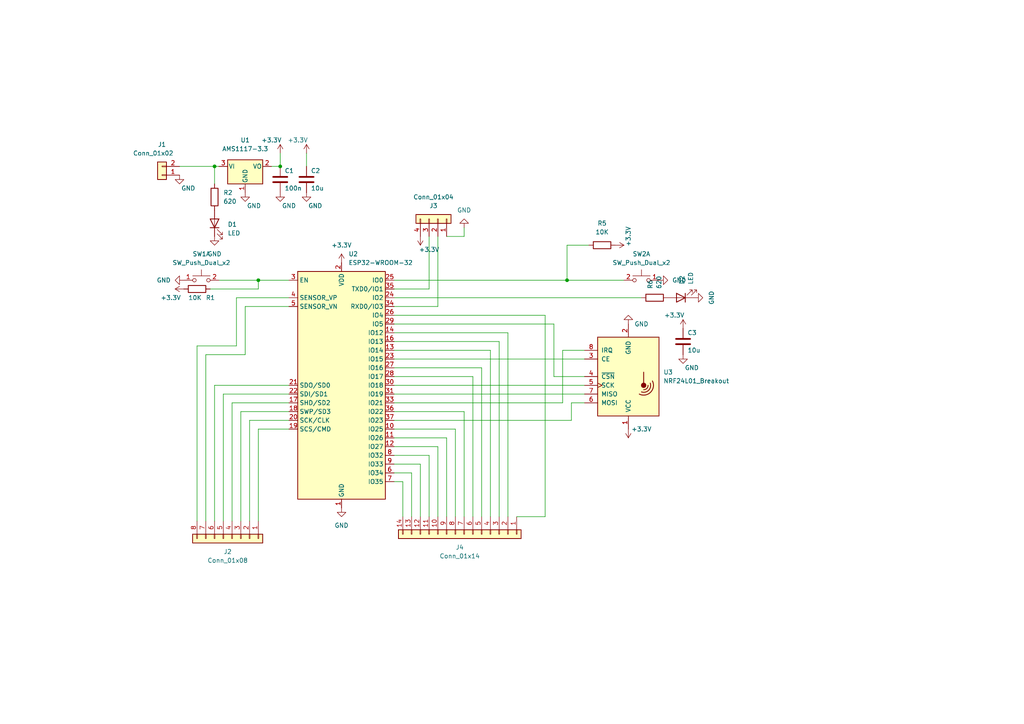
<source format=kicad_sch>
(kicad_sch (version 20230121) (generator eeschema)
  (paper "A4")
  (lib_symbols
    (symbol "Connector_Generic:Conn_01x02" (pin_names (offset 1.016) hide)
      (property "Reference" "J" (at 0 2.54 0))
      (property "Value" "Conn_01x02" (at 0 -5.08 0))
      (symbol "Conn_01x02_1_1"
        (rectangle (start -1.27 -2.413) (end 0 -2.667) (stroke (width 0.1524)))
        (rectangle (start -1.27 0.127) (end 0 -0.127) (stroke (width 0.1524)))
        (rectangle (start -1.27 1.27) (end 1.27 -3.81) (stroke (width 0.254)) (fill (type background)))
        (pin passive line (at -5.08 0 0) (length 3.81) (name "Pin_1") (number "1"))
        (pin passive line (at -5.08 -2.54 0) (length 3.81) (name "Pin_2") (number "2"))
      )
    )
    (symbol "Connector_Generic:Conn_01x04" (pin_names (offset 1.016) hide)
      (property "Reference" "J" (at 0 5.08 0))
      (property "Value" "Conn_01x04" (at 0 -7.62 0))
      (symbol "Conn_01x04_1_1"
        (rectangle (start -1.27 -4.953) (end 0 -5.207) (stroke (width 0.1524)))
        (rectangle (start -1.27 -2.413) (end 0 -2.667) (stroke (width 0.1524)))
        (rectangle (start -1.27 0.127) (end 0 -0.127) (stroke (width 0.1524)))
        (rectangle (start -1.27 2.667) (end 0 2.413) (stroke (width 0.1524)))
        (rectangle (start -1.27 3.81) (end 1.27 -6.35) (stroke (width 0.254)) (fill (type background)))
        (pin passive line (at -5.08 2.54 0) (length 3.81) (name "Pin_1") (number "1"))
        (pin passive line (at -5.08 0 0) (length 3.81) (name "Pin_2") (number "2"))
        (pin passive line (at -5.08 -2.54 0) (length 3.81) (name "Pin_3") (number "3"))
        (pin passive line (at -5.08 -5.08 0) (length 3.81) (name "Pin_4") (number "4"))
      )
    )
    (symbol "Connector_Generic:Conn_01x08" (pin_names (offset 1.016) hide)
      (property "Reference" "J" (at 0 10.16 0))
      (property "Value" "Conn_01x08" (at 0 -12.7 0))
      (symbol "Conn_01x08_1_1"
        (rectangle (start -1.27 -10.033) (end 0 -10.287) (stroke (width 0.1524)))
        (rectangle (start -1.27 -7.493) (end 0 -7.747) (stroke (width 0.1524)))
        (rectangle (start -1.27 -4.953) (end 0 -5.207) (stroke (width 0.1524)))
        (rectangle (start -1.27 -2.413) (end 0 -2.667) (stroke (width 0.1524)))
        (rectangle (start -1.27 0.127) (end 0 -0.127) (stroke (width 0.1524)))
        (rectangle (start -1.27 2.667) (end 0 2.413) (stroke (width 0.1524)))
        (rectangle (start -1.27 5.207) (end 0 4.953) (stroke (width 0.1524)))
        (rectangle (start -1.27 7.747) (end 0 7.493) (stroke (width 0.1524)))
        (rectangle (start -1.27 8.89) (end 1.27 -11.43) (stroke (width 0.254)) (fill (type background)))
        (pin passive line (at -5.08 7.62 0) (length 3.81) (name "Pin_1") (number "1"))
        (pin passive line (at -5.08 5.08 0) (length 3.81) (name "Pin_2") (number "2"))
        (pin passive line (at -5.08 2.54 0) (length 3.81) (name "Pin_3") (number "3"))
        (pin passive line (at -5.08 0 0) (length 3.81) (name "Pin_4") (number "4"))
        (pin passive line (at -5.08 -2.54 0) (length 3.81) (name "Pin_5") (number "5"))
        (pin passive line (at -5.08 -5.08 0) (length 3.81) (name "Pin_6") (number "6"))
        (pin passive line (at -5.08 -7.62 0) (length 3.81) (name "Pin_7") (number "7"))
        (pin passive line (at -5.08 -10.16 0) (length 3.81) (name "Pin_8") (number "8"))
      )
    )
    (symbol "Connector_Generic:Conn_01x14" (pin_names (offset 1.016) hide)
      (property "Reference" "J" (at 0 17.78 0))
      (property "Value" "Conn_01x14" (at 0 -20.32 0))
      (symbol "Conn_01x14_1_1"
        (rectangle (start -1.27 -17.653) (end 0 -17.907) (stroke (width 0.1524)))
        (rectangle (start -1.27 -15.113) (end 0 -15.367) (stroke (width 0.1524)))
        (rectangle (start -1.27 -12.573) (end 0 -12.827) (stroke (width 0.1524)))
        (rectangle (start -1.27 -10.033) (end 0 -10.287) (stroke (width 0.1524)))
        (rectangle (start -1.27 -7.493) (end 0 -7.747) (stroke (width 0.1524)))
        (rectangle (start -1.27 -4.953) (end 0 -5.207) (stroke (width 0.1524)))
        (rectangle (start -1.27 -2.413) (end 0 -2.667) (stroke (width 0.1524)))
        (rectangle (start -1.27 0.127) (end 0 -0.127) (stroke (width 0.1524)))
        (rectangle (start -1.27 2.667) (end 0 2.413) (stroke (width 0.1524)))
        (rectangle (start -1.27 5.207) (end 0 4.953) (stroke (width 0.1524)))
        (rectangle (start -1.27 7.747) (end 0 7.493) (stroke (width 0.1524)))
        (rectangle (start -1.27 10.287) (end 0 10.033) (stroke (width 0.1524)))
        (rectangle (start -1.27 12.827) (end 0 12.573) (stroke (width 0.1524)))
        (rectangle (start -1.27 15.367) (end 0 15.113) (stroke (width 0.1524)))
        (rectangle (start -1.27 16.51) (end 1.27 -19.05) (stroke (width 0.254)) (fill (type background)))
        (pin passive line (at -5.08 15.24 0) (length 3.81) (name "Pin_1") (number "1"))
        (pin passive line (at -5.08 -7.62 0) (length 3.81) (name "Pin_10") (number "10"))
        (pin passive line (at -5.08 -10.16 0) (length 3.81) (name "Pin_11") (number "11"))
        (pin passive line (at -5.08 -12.7 0) (length 3.81) (name "Pin_12") (number "12"))
        (pin passive line (at -5.08 -15.24 0) (length 3.81) (name "Pin_13") (number "13"))
        (pin passive line (at -5.08 -17.78 0) (length 3.81) (name "Pin_14") (number "14"))
        (pin passive line (at -5.08 12.7 0) (length 3.81) (name "Pin_2") (number "2"))
        (pin passive line (at -5.08 10.16 0) (length 3.81) (name "Pin_3") (number "3"))
        (pin passive line (at -5.08 7.62 0) (length 3.81) (name "Pin_4") (number "4"))
        (pin passive line (at -5.08 5.08 0) (length 3.81) (name "Pin_5") (number "5"))
        (pin passive line (at -5.08 2.54 0) (length 3.81) (name "Pin_6") (number "6"))
        (pin passive line (at -5.08 0 0) (length 3.81) (name "Pin_7") (number "7"))
        (pin passive line (at -5.08 -2.54 0) (length 3.81) (name "Pin_8") (number "8"))
        (pin passive line (at -5.08 -5.08 0) (length 3.81) (name "Pin_9") (number "9"))
      )
    )
    (symbol "Device:C" (pin_numbers hide) (pin_names (offset 0.254))
      (property "Reference" "C" (at 0.635 2.54 0))
      (property "Value" "C" (at 0.635 -2.54 0))
      (symbol "C_0_1"
        (polyline (pts (xy -2.032 -0.762) (xy 2.032 -0.762)) (stroke (width 0.508)))
        (polyline (pts (xy -2.032 0.762) (xy 2.032 0.762)) (stroke (width 0.508)))
      )
      (symbol "C_1_1"
        (pin passive line (at 0 3.81 270) (length 2.794) (name "~") (number "1"))
        (pin passive line (at 0 -3.81 90) (length 2.794) (name "~") (number "2"))
      )
    )
    (symbol "Device:LED" (pin_numbers hide) (pin_names (offset 1.016) hide)
      (property "Reference" "D" (at 0 2.54 0))
      (property "Value" "LED" (at 0 -2.54 0))
      (symbol "LED_0_1"
        (polyline (pts (xy -1.27 -1.27) (xy -1.27 1.27)) (stroke (width 0.254)))
        (polyline (pts (xy -1.27 0) (xy 1.27 0)))
        (polyline (pts (xy 1.27 -1.27) (xy 1.27 1.27) (xy -1.27 0) (xy 1.27 -1.27)) (stroke (width 0.254)))
        (polyline (pts (xy -3.048 -0.762) (xy -4.572 -2.286) (xy -3.81 -2.286) (xy -4.572 -2.286) (xy -4.572 -1.524)))
        (polyline (pts (xy -1.778 -0.762) (xy -3.302 -2.286) (xy -2.54 -2.286) (xy -3.302 -2.286) (xy -3.302 -1.524)))
      )
      (symbol "LED_1_1"
        (pin passive line (at -3.81 0 0) (length 2.54) (name "K") (number "1"))
        (pin passive line (at 3.81 0 180) (length 2.54) (name "A") (number "2"))
      )
    )
    (symbol "Device:R" (pin_numbers hide) (pin_names (offset 0))
      (property "Reference" "R" (at 2.032 0 90))
      (property "Value" "R" (at 0 0 90))
      (symbol "R_0_1"
        (rectangle (start -1.016 -2.54) (end 1.016 2.54) (stroke (width 0.254)))
      )
      (symbol "R_1_1"
        (pin passive line (at 0 3.81 270) (length 1.27) (name "~") (number "1"))
        (pin passive line (at 0 -3.81 90) (length 1.27) (name "~") (number "2"))
      )
    )
    (symbol "RF:NRF24L01_Breakout" (pin_names (offset 1.016))
      (property "Reference" "U2" (at 10.16 1.2701 0))
      (property "Value" "NRF24L01_Breakout" (at 10.16 -1.2699 0))
      (symbol "NRF24L01_Breakout_0_1"
        (rectangle (start -8.89 11.43) (end 8.89 -11.43) (stroke (width 0.254)) (fill (type background)))
        (polyline (pts (xy 4.445 1.905) (xy 4.445 -1.27)) (stroke (width 0.254)))
        (circle (center 4.445 2.54) (radius 0.635) (stroke (width 0.254)) (fill (type outline)))
        (arc (start 5.715 2.54) (mid 5.3521 3.4546) (end 4.445 3.81) (stroke (width 0.254)))
        (arc (start 6.35 1.905) (mid 5.8763 3.9854) (end 3.81 4.445) (stroke (width 0.254)))
        (arc (start 6.985 1.27) (mid 6.453 4.548) (end 3.175 5.08) (stroke (width 0.254)))
      )
      (symbol "NRF24L01_Breakout_1_1"
        (pin power_in line (at 0 15.24 270) (length 3.81) (name "VCC") (number "1"))
        (pin power_in line (at 0 -15.24 90) (length 3.81) (name "GND") (number "2"))
        (pin input line (at -12.7 -5.08 0) (length 3.81) (name "CE") (number "3"))
        (pin input line (at -12.7 0 0) (length 3.81) (name "~{CSN}") (number "4"))
        (pin input clock (at -12.7 2.54 0) (length 3.81) (name "SCK") (number "5"))
        (pin input line (at -12.7 7.62 0) (length 3.81) (name "MOSI") (number "6"))
        (pin output line (at -12.7 5.08 0) (length 3.81) (name "MISO") (number "7"))
        (pin output line (at -12.7 -7.62 0) (length 3.81) (name "IRQ") (number "8"))
      )
    )
    (symbol "RF_Module:ESP32-WROOM-32"
      (property "Reference" "U" (at -12.7 34.29 0))
      (property "Value" "ESP32-WROOM-32" (at 1.27 34.29 0))
      (symbol "ESP32-WROOM-32_0_1"
        (rectangle (start -12.7 33.02) (end 12.7 -33.02) (stroke (width 0.254)) (fill (type background)))
      )
      (symbol "ESP32-WROOM-32_1_1"
        (pin power_in line (at 0 -35.56 90) (length 2.54) (name "GND") (number "1"))
        (pin bidirectional line (at 15.24 -12.7 180) (length 2.54) (name "IO25") (number "10"))
        (pin bidirectional line (at 15.24 -15.24 180) (length 2.54) (name "IO26") (number "11"))
        (pin bidirectional line (at 15.24 -17.78 180) (length 2.54) (name "IO27") (number "12"))
        (pin bidirectional line (at 15.24 10.16 180) (length 2.54) (name "IO14") (number "13"))
        (pin bidirectional line (at 15.24 15.24 180) (length 2.54) (name "IO12") (number "14"))
        (pin passive line (at 0 -35.56 90) (length 2.54) hide (name "GND") (number "15"))
        (pin bidirectional line (at 15.24 12.7 180) (length 2.54) (name "IO13") (number "16"))
        (pin bidirectional line (at -15.24 -5.08 0) (length 2.54) (name "SHD/SD2") (number "17"))
        (pin bidirectional line (at -15.24 -7.62 0) (length 2.54) (name "SWP/SD3") (number "18"))
        (pin bidirectional line (at -15.24 -12.7 0) (length 2.54) (name "SCS/CMD") (number "19"))
        (pin power_in line (at 0 35.56 270) (length 2.54) (name "VDD") (number "2"))
        (pin bidirectional line (at -15.24 -10.16 0) (length 2.54) (name "SCK/CLK") (number "20"))
        (pin bidirectional line (at -15.24 0 0) (length 2.54) (name "SDO/SD0") (number "21"))
        (pin bidirectional line (at -15.24 -2.54 0) (length 2.54) (name "SDI/SD1") (number "22"))
        (pin bidirectional line (at 15.24 7.62 180) (length 2.54) (name "IO15") (number "23"))
        (pin bidirectional line (at 15.24 25.4 180) (length 2.54) (name "IO2") (number "24"))
        (pin bidirectional line (at 15.24 30.48 180) (length 2.54) (name "IO0") (number "25"))
        (pin bidirectional line (at 15.24 20.32 180) (length 2.54) (name "IO4") (number "26"))
        (pin bidirectional line (at 15.24 5.08 180) (length 2.54) (name "IO16") (number "27"))
        (pin bidirectional line (at 15.24 2.54 180) (length 2.54) (name "IO17") (number "28"))
        (pin bidirectional line (at 15.24 17.78 180) (length 2.54) (name "IO5") (number "29"))
        (pin input line (at -15.24 30.48 0) (length 2.54) (name "EN") (number "3"))
        (pin bidirectional line (at 15.24 0 180) (length 2.54) (name "IO18") (number "30"))
        (pin bidirectional line (at 15.24 -2.54 180) (length 2.54) (name "IO19") (number "31"))
        (pin no_connect line (at -12.7 -27.94 0) (length 2.54) hide (name "NC") (number "32"))
        (pin bidirectional line (at 15.24 -5.08 180) (length 2.54) (name "IO21") (number "33"))
        (pin bidirectional line (at 15.24 22.86 180) (length 2.54) (name "RXD0/IO3") (number "34"))
        (pin bidirectional line (at 15.24 27.94 180) (length 2.54) (name "TXD0/IO1") (number "35"))
        (pin bidirectional line (at 15.24 -7.62 180) (length 2.54) (name "IO22") (number "36"))
        (pin bidirectional line (at 15.24 -10.16 180) (length 2.54) (name "IO23") (number "37"))
        (pin passive line (at 0 -35.56 90) (length 2.54) hide (name "GND") (number "38"))
        (pin passive line (at 0 -35.56 90) (length 2.54) hide (name "GND") (number "39"))
        (pin input line (at -15.24 25.4 0) (length 2.54) (name "SENSOR_VP") (number "4"))
        (pin input line (at -15.24 22.86 0) (length 2.54) (name "SENSOR_VN") (number "5"))
        (pin input line (at 15.24 -25.4 180) (length 2.54) (name "IO34") (number "6"))
        (pin input line (at 15.24 -27.94 180) (length 2.54) (name "IO35") (number "7"))
        (pin bidirectional line (at 15.24 -20.32 180) (length 2.54) (name "IO32") (number "8"))
        (pin bidirectional line (at 15.24 -22.86 180) (length 2.54) (name "IO33") (number "9"))
      )
    )
    (symbol "Regulator_Linear:AMS1117-3.3" (pin_names (offset 0.254))
      (property "Reference" "U" (at -3.81 3.175 0))
      (property "Value" "AMS1117-3.3" (at 0 3.175 0))
      (symbol "AMS1117-3.3_0_1"
        (rectangle (start -5.08 -5.08) (end 5.08 1.905) (stroke (width 0.254)) (fill (type background)))
      )
      (symbol "AMS1117-3.3_1_1"
        (pin power_in line (at 0 -7.62 90) (length 2.54) (name "GND") (number "1"))
        (pin power_out line (at 7.62 0 180) (length 2.54) (name "VO") (number "2"))
        (pin power_in line (at -7.62 0 0) (length 2.54) (name "VI") (number "3"))
      )
    )
    (symbol "Switch:SW_Push_Dual_x2" (pin_names (offset 1.016) hide)
      (property "Reference" "SW" (at 1.27 2.54 0))
      (property "Value" "SW_Push_Dual_x2" (at 0 -1.524 0))
      (symbol "SW_Push_Dual_x2_0_1"
        (circle (center -2.032 0) (radius 0.508))
        (polyline (pts (xy 0 1.27) (xy 0 3.048)))
        (polyline (pts (xy 2.54 1.27) (xy -2.54 1.27)))
        (circle (center 2.032 0) (radius 0.508))
      )
      (symbol "SW_Push_Dual_x2_1_1"
        (pin passive line (at -5.08 0 0) (length 2.54) (name "C") (number "1"))
        (pin passive line (at 5.08 0 180) (length 2.54) (name "D") (number "2"))
      )
      (symbol "SW_Push_Dual_x2_2_1"
        (pin passive line (at -5.08 0 0) (length 2.54) (name "C") (number "3"))
        (pin passive line (at 5.08 0 180) (length 2.54) (name "D") (number "4"))
      )
    )
    (symbol "power:+3.3V" (power) (pin_names (offset 0))
      (property "Value" "+3.3V" (at 0 3.556 0))
      (symbol "+3.3V_0_1"
        (polyline (pts (xy -0.762 1.27) (xy 0 2.54)))
        (polyline (pts (xy 0 0) (xy 0 2.54)))
        (polyline (pts (xy 0 2.54) (xy 0.762 1.27)))
      )
      (symbol "+3.3V_1_1"
        (pin power_in line (at 0 0 90) (length 0) hide (name "+3.3V") (number "1"))
      )
    )
    (symbol "power:GND" (power) (pin_names (offset 0))
      (property "Value" "GND" (at 0 -3.81 0))
      (symbol "GND_0_1"
        (polyline (pts (xy 0 0) (xy 0 -1.27) (xy 1.27 -1.27) (xy 0 -2.54) (xy -1.27 -1.27) (xy 0 -1.27)))
      )
      (symbol "GND_1_1"
        (pin power_in line (at 0 0 270) (length 0) hide (name "GND") (number "1"))
      )
    )
  )
  (junction (at 164.465 81.28))
  (junction (at 81.28 48.26))
  (junction (at 62.23 48.26))
  (junction (at 74.93 81.28))
  (wire (pts (xy 134.62 68.58) (xy 129.54 68.58)))
  (wire (pts (xy 81.28 48.26) (xy 81.28 44.45)))
  (wire (pts (xy 60.96 83.82) (xy 74.93 83.82)))
  (wire (pts (xy 114.3 83.82) (xy 124.46 83.82)))
  (wire (pts (xy 74.93 124.46) (xy 74.93 151.13)))
  (wire (pts (xy 127 88.9) (xy 127 68.58)))
  (wire (pts (xy 114.3 127) (xy 129.54 127)))
  (wire (pts (xy 59.69 102.87) (xy 59.69 151.13)))
  (wire (pts (xy 160.655 93.98) (xy 160.655 109.22)))
  (wire (pts (xy 83.82 111.76) (xy 62.23 111.76)))
  (wire (pts (xy 116.84 139.7) (xy 114.3 139.7)))
  (wire (pts (xy 142.24 101.6) (xy 142.24 149.86)))
  (wire (pts (xy 114.3 81.28) (xy 164.465 81.28)))
  (wire (pts (xy 165.735 116.84) (xy 169.545 116.84)))
  (wire (pts (xy 83.82 121.92) (xy 72.39 121.92)))
  (wire (pts (xy 116.84 149.86) (xy 116.84 139.7)))
  (wire (pts (xy 63.5 81.28) (xy 74.93 81.28)))
  (wire (pts (xy 114.3 106.68) (xy 139.7 106.68)))
  (wire (pts (xy 164.465 71.12) (xy 164.465 81.28)))
  (wire (pts (xy 68.58 100.33) (xy 57.15 100.33)))
  (wire (pts (xy 114.3 101.6) (xy 142.24 101.6)))
  (wire (pts (xy 114.3 132.08) (xy 124.46 132.08)))
  (wire (pts (xy 64.77 114.3) (xy 64.77 151.13)))
  (wire (pts (xy 83.82 124.46) (xy 74.93 124.46)))
  (wire (pts (xy 129.54 127) (xy 129.54 149.86)))
  (wire (pts (xy 139.7 106.68) (xy 139.7 149.86)))
  (wire (pts (xy 160.655 109.22) (xy 169.545 109.22)))
  (wire (pts (xy 57.15 100.33) (xy 57.15 151.13)))
  (wire (pts (xy 114.3 137.16) (xy 119.38 137.16)))
  (wire (pts (xy 132.08 124.46) (xy 132.08 149.86)))
  (wire (pts (xy 114.3 119.38) (xy 134.62 119.38)))
  (wire (pts (xy 114.3 99.06) (xy 144.78 99.06)))
  (wire (pts (xy 68.58 86.36) (xy 68.58 100.33)))
  (wire (pts (xy 83.82 88.9) (xy 71.12 88.9)))
  (wire (pts (xy 88.9 48.26) (xy 88.9 44.45)))
  (wire (pts (xy 62.23 111.76) (xy 62.23 151.13)))
  (wire (pts (xy 83.82 116.84) (xy 67.31 116.84)))
  (wire (pts (xy 114.3 86.36) (xy 186.055 86.36)))
  (wire (pts (xy 62.23 48.26) (xy 63.5 48.26)))
  (wire (pts (xy 52.07 48.26) (xy 62.23 48.26)))
  (wire (pts (xy 114.3 104.14) (xy 169.545 104.14)))
  (wire (pts (xy 127 129.54) (xy 127 149.86)))
  (wire (pts (xy 114.3 114.3) (xy 169.545 114.3)))
  (wire (pts (xy 67.31 116.84) (xy 67.31 151.13)))
  (wire (pts (xy 114.3 116.84) (xy 163.195 116.84)))
  (wire (pts (xy 72.39 121.92) (xy 72.39 151.13)))
  (wire (pts (xy 147.32 96.52) (xy 147.32 149.86)))
  (wire (pts (xy 124.46 68.58) (xy 124.46 83.82)))
  (wire (pts (xy 114.3 88.9) (xy 127 88.9)))
  (wire (pts (xy 74.93 81.28) (xy 83.82 81.28)))
  (wire (pts (xy 71.12 88.9) (xy 71.12 102.87)))
  (wire (pts (xy 62.23 48.26) (xy 62.23 53.34)))
  (wire (pts (xy 163.195 101.6) (xy 163.195 116.84)))
  (wire (pts (xy 114.3 134.62) (xy 121.92 134.62)))
  (wire (pts (xy 134.62 119.38) (xy 134.62 149.86)))
  (wire (pts (xy 83.82 119.38) (xy 69.85 119.38)))
  (wire (pts (xy 114.3 93.98) (xy 160.655 93.98)))
  (wire (pts (xy 114.3 91.44) (xy 158.115 91.44)))
  (wire (pts (xy 144.78 99.06) (xy 144.78 149.86)))
  (wire (pts (xy 78.74 48.26) (xy 81.28 48.26)))
  (wire (pts (xy 137.16 109.22) (xy 137.16 149.86)))
  (wire (pts (xy 158.115 149.86) (xy 149.86 149.86)))
  (wire (pts (xy 71.12 102.87) (xy 59.69 102.87)))
  (wire (pts (xy 134.62 66.04) (xy 134.62 68.58)))
  (wire (pts (xy 114.3 111.76) (xy 169.545 111.76)))
  (wire (pts (xy 83.82 86.36) (xy 68.58 86.36)))
  (wire (pts (xy 165.735 116.84) (xy 165.735 121.92)))
  (wire (pts (xy 114.3 129.54) (xy 127 129.54)))
  (wire (pts (xy 164.465 81.28) (xy 180.975 81.28)))
  (wire (pts (xy 158.115 91.44) (xy 158.115 149.86)))
  (wire (pts (xy 119.38 137.16) (xy 119.38 149.86)))
  (wire (pts (xy 114.3 96.52) (xy 147.32 96.52)))
  (wire (pts (xy 121.92 134.62) (xy 121.92 149.86)))
  (wire (pts (xy 114.3 109.22) (xy 137.16 109.22)))
  (wire (pts (xy 114.3 121.92) (xy 165.735 121.92)))
  (wire (pts (xy 69.85 119.38) (xy 69.85 151.13)))
  (wire (pts (xy 163.195 101.6) (xy 169.545 101.6)))
  (wire (pts (xy 124.46 132.08) (xy 124.46 149.86)))
  (wire (pts (xy 83.82 114.3) (xy 64.77 114.3)))
  (wire (pts (xy 170.815 71.12) (xy 164.465 71.12)))
  (wire (pts (xy 74.93 83.82) (xy 74.93 81.28)))
  (wire (pts (xy 114.3 124.46) (xy 132.08 124.46)))
  (symbol (lib_id "Connector_Generic:Conn_01x08") (at 67.31 156.21 270) (unit 1)
    (property "Reference" "J2" (at 66.04 160.02 90))
    (property "Value" "Conn_01x08" (at 66.04 162.56 90))
    (property "Footprint" "Connector_PinHeader_2.54mm:PinHeader_1x08_P2.54mm_Vertical" (effects hide))
  )
  (symbol (lib_id "Device:R") (at 57.15 83.82 270) (unit 1)
    (property "Reference" "R1" (at 59.69 86.36 90) (effects (justify left)))
    (property "Value" "10К" (at 54.61 86.36 90) (effects (justify left)))
    (property "Footprint" "Resistor_SMD:R_0805_2012Metric_Pad1.20x1.40mm_HandSolder" (effects hide))
  )
  (symbol (lib_id "Device:R") (at 189.865 86.36 90) (unit 1)
    (property "Reference" "R6" (at 188.5949 83.82 0) (effects (justify left)))
    (property "Value" "620" (at 191.1349 83.82 0) (effects (justify left)))
    (property "Footprint" "Resistor_SMD:R_0805_2012Metric_Pad1.20x1.40mm_HandSolder" (effects hide))
  )
  (symbol (lib_id "Device:R") (at 174.625 71.12 90) (unit 1)
    (property "Reference" "R5" (at 174.625 64.77 90))
    (property "Value" "10К" (at 174.625 67.31 90))
    (property "Footprint" "Resistor_SMD:R_0805_2012Metric_Pad1.20x1.40mm_HandSolder" (effects hide))
  )
  (symbol (lib_id "RF_Module:ESP32-WROOM-32") (at 99.06 111.76 0) (unit 1)
    (property "Reference" "U2" (at 101.0794 73.66 0) (effects (justify left)))
    (property "Value" "ESP32-WROOM-32" (at 101.0794 76.2 0) (effects (justify left)))
    (property "Footprint" "RF_Module:ESP32-WROOM-32" (effects hide))
    (property "Datasheet" "https://www.espressif.com/sites/default/files/documentation/esp32-wroom-32_datasheet_en.pdf" (effects hide))
  )
  (symbol (lib_id "power:GND") (at 134.62 66.04 180) (unit 1)
    (property "Reference" "#PWR013" (effects hide))
    (property "Value" "GND" (at 134.62 60.96 0))
  )
  (symbol (lib_id "Connector_Generic:Conn_01x04") (at 127 63.5 270) (mirror x) (unit 1)
    (property "Reference" "J3" (at 125.73 59.69 90))
    (property "Value" "Conn_01x04" (at 125.73 57.15 90))
    (property "Footprint" "Connector_PinHeader_2.54mm:PinHeader_1x04_P2.54mm_Vertical" (effects hide))
  )
  (symbol (lib_id "RF:NRF24L01_Breakout") (at 182.245 109.22 0) (mirror x) (unit 1)
    (property "Reference" "U3" (at 192.405 107.9499 0) (effects (justify left)))
    (property "Value" "NRF24L01_Breakout" (at 192.405 110.4899 0) (effects (justify left)))
    (property "Footprint" "mysensors_radios:NRF24L01-SMD" (effects hide))
    (property "Datasheet" "http://www.nordicsemi.com/eng/content/download/2730/34105/file/nRF24L01_Product_Specification_v2_0.pdf" (effects hide))
  )
  (symbol (lib_id "Switch:SW_Push_Dual_x2") (at 186.055 81.28 0) (mirror y) (unit 1)
    (property "Reference" "SW2" (at 186.055 73.66 0))
    (property "Value" "SW_Push_Dual_x2" (at 186.055 76.2 0))
    (property "Footprint" "Button_Switch_THT:SW_PUSH_6mm_H4.3mm" (effects hide))
  )
  (symbol (lib_id "power:+3.3V") (at 81.28 44.45 0) (unit 1)
    (property "Reference" "#PWR06" (effects hide))
    (property "Value" "+3.3V" (at 78.74 40.64 0))
  )
  (symbol (lib_id "Device:C") (at 88.9 52.07 0) (unit 1)
    (property "Reference" "C2" (at 90.17 49.53 0) (effects (justify left)))
    (property "Value" "10u" (at 90.17 54.61 0) (effects (justify left)))
    (property "Footprint" "Capacitor_SMD:C_0805_2012Metric_Pad1.18x1.45mm_HandSolder" (effects hide))
  )
  (symbol (lib_id "Switch:SW_Push_Dual_x2") (at 58.42 81.28 0) (unit 1)
    (property "Reference" "SW1" (at 58.42 73.66 0))
    (property "Value" "SW_Push_Dual_x2" (at 58.42 76.2 0))
    (property "Footprint" "Button_Switch_THT:SW_PUSH_6mm_H4.3mm" (effects hide))
  )
  (symbol (lib_id "power:GND") (at 201.295 86.36 90) (unit 1)
    (property "Reference" "#PWR020" (effects hide))
    (property "Value" "GND" (at 206.375 86.36 0))
  )
  (symbol (lib_id "power:+3.3V") (at 53.34 83.82 90) (unit 1)
    (property "Reference" "#PWR03" (effects hide))
    (property "Value" "+3.3V" (at 49.53 86.36 90))
  )
  (symbol (lib_id "power:GND") (at 99.06 147.32 0) (unit 1)
    (property "Reference" "#PWR011" (effects hide))
    (property "Value" "GND" (at 99.06 152.4 0))
  )
  (symbol (lib_id "power:GND") (at 198.12 102.87 0) (unit 1)
    (property "Reference" "#PWR019" (effects hide))
    (property "Value" "GND" (at 200.66 106.68 0))
  )
  (symbol (lib_id "power:GND") (at 81.28 55.88 0) (unit 1)
    (property "Reference" "#PWR07" (effects hide))
    (property "Value" "GND" (at 83.82 59.69 0))
  )
  (symbol (lib_id "Device:C") (at 198.12 99.06 0) (unit 1)
    (property "Reference" "C3" (at 199.39 96.52 0) (effects (justify left)))
    (property "Value" "10u" (at 199.39 101.6 0) (effects (justify left)))
    (property "Footprint" "Capacitor_SMD:C_0805_2012Metric_Pad1.18x1.45mm_HandSolder" (effects hide))
  )
  (symbol (lib_id "Connector_Generic:Conn_01x14") (at 134.62 154.94 270) (unit 1)
    (property "Reference" "J4" (at 133.35 158.75 90))
    (property "Value" "Conn_01x14" (at 133.35 161.29 90))
    (property "Footprint" "Connector_PinHeader_2.54mm:PinHeader_1x14_P2.54mm_Vertical" (effects hide))
  )
  (symbol (lib_id "power:GND") (at 71.12 55.88 0) (unit 1)
    (property "Reference" "#PWR05" (effects hide))
    (property "Value" "GND" (at 73.66 59.69 0))
  )
  (symbol (lib_id "power:+3.3V") (at 182.245 124.46 180) (unit 1)
    (property "Reference" "#PWR016" (effects hide))
    (property "Value" "+3.3V" (at 186.055 124.46 0))
  )
  (symbol (lib_id "power:GND") (at 53.34 81.28 270) (unit 1)
    (property "Reference" "#PWR02" (effects hide))
    (property "Value" "GND" (at 49.53 81.2801 90) (effects (justify right)))
  )
  (symbol (lib_id "power:+3.3V") (at 121.92 68.58 180) (unit 1)
    (property "Reference" "#PWR012" (effects hide))
    (property "Value" "+3.3V" (at 124.46 72.39 0))
  )
  (symbol (lib_id "Device:C") (at 81.28 52.07 0) (unit 1)
    (property "Reference" "C1" (at 82.55 49.53 0) (effects (justify left)))
    (property "Value" "100n" (at 82.55 54.61 0) (effects (justify left)))
    (property "Footprint" "Capacitor_SMD:C_0805_2012Metric_Pad1.18x1.45mm_HandSolder" (effects hide))
  )
  (symbol (lib_id "Device:R") (at 62.23 57.15 0) (unit 1)
    (property "Reference" "R2" (at 64.77 55.8799 0) (effects (justify left)))
    (property "Value" "620" (at 64.77 58.4199 0) (effects (justify left)))
    (property "Footprint" "Resistor_SMD:R_0805_2012Metric_Pad1.20x1.40mm_HandSolder" (effects hide))
  )
  (symbol (lib_id "power:GND") (at 88.9 55.88 0) (unit 1)
    (property "Reference" "#PWR09" (effects hide))
    (property "Value" "GND" (at 91.44 59.69 0))
  )
  (symbol (lib_id "Connector_Generic:Conn_01x02") (at 46.99 50.8 180) (unit 1)
    (property "Reference" "J1" (at 46.99 41.91 0))
    (property "Value" "Conn_01x02" (at 44.45 44.45 0))
    (property "Footprint" "Connector_PinHeader_2.54mm:PinHeader_1x02_P2.54mm_Vertical" (effects hide))
  )
  (symbol (lib_id "Regulator_Linear:AMS1117-3.3") (at 71.12 48.26 0) (unit 1)
    (property "Reference" "U1" (at 71.12 40.64 0))
    (property "Value" "AMS1117-3.3" (at 71.12 43.18 0))
    (property "Footprint" "Package_TO_SOT_SMD:SOT-223-3_TabPin2" (effects hide))
    (property "Datasheet" "http://www.advanced-monolithic.com/pdf/ds1117.pdf" (effects hide))
  )
  (symbol (lib_id "power:+3.3V") (at 99.06 76.2 0) (unit 1)
    (property "Reference" "#PWR010" (effects hide))
    (property "Value" "+3.3V" (at 99.06 71.12 0))
  )
  (symbol (lib_id "Device:LED") (at 197.485 86.36 180) (unit 1)
    (property "Reference" "D2" (at 197.8024 82.55 90) (effects (justify right)))
    (property "Value" "LED" (at 200.3424 82.55 90) (effects (justify right)))
    (property "Footprint" "LED_SMD:LED_0805_2012Metric_Pad1.15x1.40mm_HandSolder" (effects hide))
  )
  (symbol (lib_id "power:GND") (at 182.245 93.98 180) (unit 1)
    (property "Reference" "#PWR015" (effects hide))
    (property "Value" "GND" (at 186.055 93.98 0))
  )
  (symbol (lib_id "power:GND") (at 52.07 50.8 0) (unit 1)
    (property "Reference" "#PWR01" (effects hide))
    (property "Value" "GND" (at 54.61 54.61 0))
  )
  (symbol (lib_id "power:+3.3V") (at 178.435 71.12 270) (unit 1)
    (property "Reference" "#PWR014" (effects hide))
    (property "Value" "+3.3V" (at 182.245 68.58 0))
  )
  (symbol (lib_id "power:GND") (at 62.23 68.58 0) (unit 1)
    (property "Reference" "#PWR04" (effects hide))
    (property "Value" "GND" (at 62.23 73.66 0))
  )
  (symbol (lib_id "Device:LED") (at 62.23 64.77 90) (unit 1)
    (property "Reference" "D1" (at 66.04 65.0874 90) (effects (justify right)))
    (property "Value" "LED" (at 66.04 67.6274 90) (effects (justify right)))
    (property "Footprint" "LED_SMD:LED_0805_2012Metric_Pad1.15x1.40mm_HandSolder" (effects hide))
  )
  (symbol (lib_id "power:+3.3V") (at 88.9 44.45 0) (unit 1)
    (property "Reference" "#PWR08" (effects hide))
    (property "Value" "+3.3V" (at 86.36 40.64 0))
  )
  (symbol (lib_id "power:GND") (at 191.135 81.28 90) (unit 1)
    (property "Reference" "#PWR017" (effects hide))
    (property "Value" "GND" (at 194.945 81.2799 90) (effects (justify right)))
  )
  (symbol (lib_id "power:+3.3V") (at 198.12 95.25 0) (unit 1)
    (property "Reference" "#PWR018" (effects hide))
    (property "Value" "+3.3V" (at 195.58 91.44 0))
  )
)
</source>
